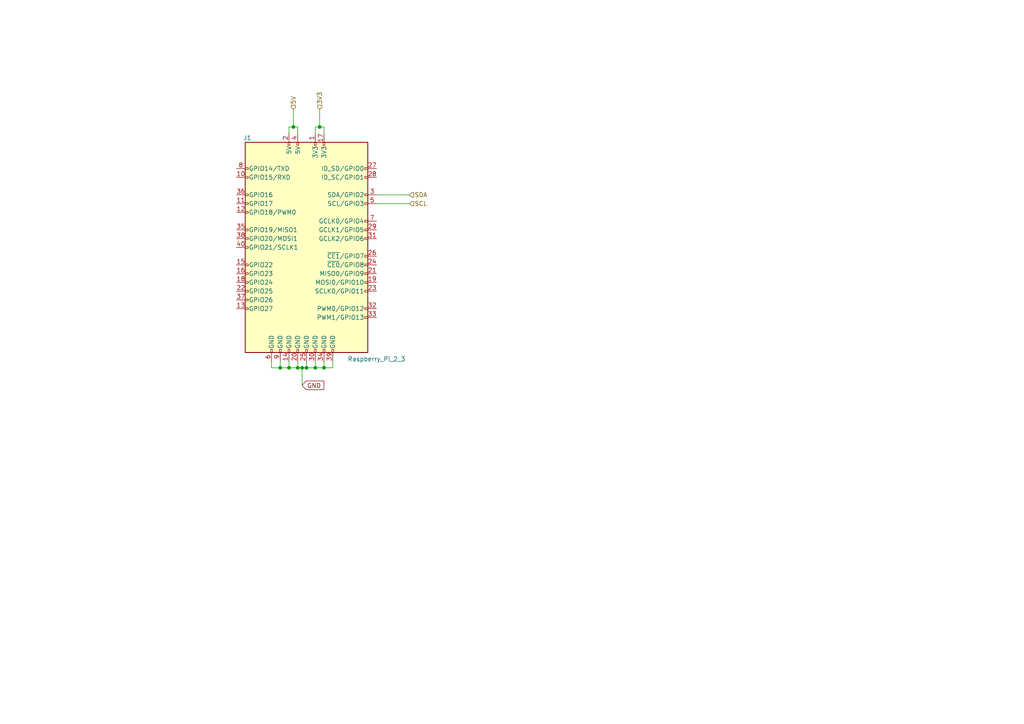
<source format=kicad_sch>
(kicad_sch (version 20230121) (generator eeschema)
  (paper "A4")
  (lib_symbols
    (symbol "Connector:Raspberry_Pi_2_3" (pin_names (offset 1.016))
      (property "Reference" "J" (at -17.78 31.75 0))
      (property "Value" "Raspberry_Pi_2_3" (at 10.16 -31.75 0))
      (symbol "Raspberry_Pi_2_3_0_1"
        (rectangle (start -17.78 30.48) (end 17.78 -30.48) (stroke (width 0.254)) (fill (type background)))
      )
      (symbol "Raspberry_Pi_2_3_1_1"
        (rectangle (start -16.891 -17.526) (end -17.78 -18.034))
        (rectangle (start -16.891 -14.986) (end -17.78 -15.494))
        (rectangle (start -16.891 -12.446) (end -17.78 -12.954))
        (rectangle (start -16.891 -9.906) (end -17.78 -10.414))
        (rectangle (start -16.891 -7.366) (end -17.78 -7.874))
        (rectangle (start -16.891 -4.826) (end -17.78 -5.334))
        (rectangle (start -16.891 0.254) (end -17.78 -0.254))
        (rectangle (start -16.891 2.794) (end -17.78 2.286))
        (rectangle (start -16.891 5.334) (end -17.78 4.826))
        (rectangle (start -16.891 10.414) (end -17.78 9.906))
        (rectangle (start -16.891 12.954) (end -17.78 12.446))
        (rectangle (start -16.891 15.494) (end -17.78 14.986))
        (rectangle (start -16.891 20.574) (end -17.78 20.066))
        (rectangle (start -16.891 23.114) (end -17.78 22.606))
        (rectangle (start -10.414 -29.591) (end -9.906 -30.48))
        (rectangle (start -7.874 -29.591) (end -7.366 -30.48))
        (rectangle (start -5.334 -29.591) (end -4.826 -30.48))
        (rectangle (start -5.334 30.48) (end -4.826 29.591))
        (rectangle (start -2.794 -29.591) (end -2.286 -30.48))
        (rectangle (start -2.794 30.48) (end -2.286 29.591))
        (rectangle (start -0.254 -29.591) (end 0.254 -30.48))
        (rectangle (start 2.286 -29.591) (end 2.794 -30.48))
        (rectangle (start 2.286 30.48) (end 2.794 29.591))
        (rectangle (start 4.826 -29.591) (end 5.334 -30.48))
        (rectangle (start 4.826 30.48) (end 5.334 29.591))
        (rectangle (start 7.366 -29.591) (end 7.874 -30.48))
        (rectangle (start 17.78 -20.066) (end 16.891 -20.574))
        (rectangle (start 17.78 -17.526) (end 16.891 -18.034))
        (rectangle (start 17.78 -12.446) (end 16.891 -12.954))
        (rectangle (start 17.78 -9.906) (end 16.891 -10.414))
        (rectangle (start 17.78 -7.366) (end 16.891 -7.874))
        (rectangle (start 17.78 -4.826) (end 16.891 -5.334))
        (rectangle (start 17.78 -2.286) (end 16.891 -2.794))
        (rectangle (start 17.78 2.794) (end 16.891 2.286))
        (rectangle (start 17.78 5.334) (end 16.891 4.826))
        (rectangle (start 17.78 7.874) (end 16.891 7.366))
        (rectangle (start 17.78 12.954) (end 16.891 12.446))
        (rectangle (start 17.78 15.494) (end 16.891 14.986))
        (rectangle (start 17.78 20.574) (end 16.891 20.066))
        (rectangle (start 17.78 23.114) (end 16.891 22.606))
        (pin power_in line (at 2.54 33.02 270) (length 2.54) (name "3V3") (number "1"))
        (pin bidirectional line (at -20.32 20.32 0) (length 2.54) (name "GPIO15/RXD") (number "10"))
        (pin bidirectional line (at -20.32 12.7 0) (length 2.54) (name "GPIO17") (number "11"))
        (pin bidirectional line (at -20.32 10.16 0) (length 2.54) (name "GPIO18/PWM0") (number "12"))
        (pin bidirectional line (at -20.32 -17.78 0) (length 2.54) (name "GPIO27") (number "13"))
        (pin power_in line (at -5.08 -33.02 90) (length 2.54) (name "GND") (number "14"))
        (pin bidirectional line (at -20.32 -5.08 0) (length 2.54) (name "GPIO22") (number "15"))
        (pin bidirectional line (at -20.32 -7.62 0) (length 2.54) (name "GPIO23") (number "16"))
        (pin power_in line (at 5.08 33.02 270) (length 2.54) (name "3V3") (number "17"))
        (pin bidirectional line (at -20.32 -10.16 0) (length 2.54) (name "GPIO24") (number "18"))
        (pin bidirectional line (at 20.32 -10.16 180) (length 2.54) (name "MOSI0/GPIO10") (number "19"))
        (pin power_in line (at -5.08 33.02 270) (length 2.54) (name "5V") (number "2"))
        (pin power_in line (at -2.54 -33.02 90) (length 2.54) (name "GND") (number "20"))
        (pin bidirectional line (at 20.32 -7.62 180) (length 2.54) (name "MISO0/GPIO9") (number "21"))
        (pin bidirectional line (at -20.32 -12.7 0) (length 2.54) (name "GPIO25") (number "22"))
        (pin bidirectional line (at 20.32 -12.7 180) (length 2.54) (name "SCLK0/GPIO11") (number "23"))
        (pin bidirectional line (at 20.32 -5.08 180) (length 2.54) (name "~{CE0}/GPIO8") (number "24"))
        (pin power_in line (at 0 -33.02 90) (length 2.54) (name "GND") (number "25"))
        (pin bidirectional line (at 20.32 -2.54 180) (length 2.54) (name "~{CE1}/GPIO7") (number "26"))
        (pin bidirectional line (at 20.32 22.86 180) (length 2.54) (name "ID_SD/GPIO0") (number "27"))
        (pin bidirectional line (at 20.32 20.32 180) (length 2.54) (name "ID_SC/GPIO1") (number "28"))
        (pin bidirectional line (at 20.32 5.08 180) (length 2.54) (name "GCLK1/GPIO5") (number "29"))
        (pin bidirectional line (at 20.32 15.24 180) (length 2.54) (name "SDA/GPIO2") (number "3"))
        (pin power_in line (at 2.54 -33.02 90) (length 2.54) (name "GND") (number "30"))
        (pin bidirectional line (at 20.32 2.54 180) (length 2.54) (name "GCLK2/GPIO6") (number "31"))
        (pin bidirectional line (at 20.32 -17.78 180) (length 2.54) (name "PWM0/GPIO12") (number "32"))
        (pin bidirectional line (at 20.32 -20.32 180) (length 2.54) (name "PWM1/GPIO13") (number "33"))
        (pin power_in line (at 5.08 -33.02 90) (length 2.54) (name "GND") (number "34"))
        (pin bidirectional line (at -20.32 5.08 0) (length 2.54) (name "GPIO19/MISO1") (number "35"))
        (pin bidirectional line (at -20.32 15.24 0) (length 2.54) (name "GPIO16") (number "36"))
        (pin bidirectional line (at -20.32 -15.24 0) (length 2.54) (name "GPIO26") (number "37"))
        (pin bidirectional line (at -20.32 2.54 0) (length 2.54) (name "GPIO20/MOSI1") (number "38"))
        (pin power_in line (at 7.62 -33.02 90) (length 2.54) (name "GND") (number "39"))
        (pin power_in line (at -2.54 33.02 270) (length 2.54) (name "5V") (number "4"))
        (pin bidirectional line (at -20.32 0 0) (length 2.54) (name "GPIO21/SCLK1") (number "40"))
        (pin bidirectional line (at 20.32 12.7 180) (length 2.54) (name "SCL/GPIO3") (number "5"))
        (pin power_in line (at -10.16 -33.02 90) (length 2.54) (name "GND") (number "6"))
        (pin bidirectional line (at 20.32 7.62 180) (length 2.54) (name "GCLK0/GPIO4") (number "7"))
        (pin bidirectional line (at -20.32 22.86 0) (length 2.54) (name "GPIO14/TXD") (number "8"))
        (pin power_in line (at -7.62 -33.02 90) (length 2.54) (name "GND") (number "9"))
      )
    )
  )
  (junction (at 87.63 106.68))
  (junction (at 93.98 106.68))
  (junction (at 92.71 36.83))
  (junction (at 91.44 106.68))
  (junction (at 85.09 36.83))
  (junction (at 83.82 106.68))
  (junction (at 81.28 106.68))
  (junction (at 88.9 106.68))
  (junction (at 86.36 106.68))
  (wire (pts (xy 109.22 59.055) (xy 118.745 59.055)))
  (wire (pts (xy 93.98 36.83) (xy 93.98 38.735)))
  (wire (pts (xy 91.44 106.68) (xy 93.98 106.68)))
  (wire (pts (xy 91.44 38.735) (xy 91.44 36.83)))
  (wire (pts (xy 88.9 106.68) (xy 91.44 106.68)))
  (wire (pts (xy 88.9 104.775) (xy 88.9 106.68)))
  (wire (pts (xy 93.98 106.68) (xy 96.52 106.68)))
  (wire (pts (xy 86.36 36.83) (xy 86.36 38.735)))
  (wire (pts (xy 91.44 36.83) (xy 92.71 36.83)))
  (wire (pts (xy 86.36 106.68) (xy 87.63 106.68)))
  (wire (pts (xy 78.74 106.68) (xy 81.28 106.68)))
  (wire (pts (xy 83.82 36.83) (xy 85.09 36.83)))
  (wire (pts (xy 109.22 56.515) (xy 118.745 56.515)))
  (wire (pts (xy 92.71 31.75) (xy 92.71 36.83)))
  (wire (pts (xy 81.28 104.775) (xy 81.28 106.68)))
  (wire (pts (xy 92.71 36.83) (xy 93.98 36.83)))
  (wire (pts (xy 96.52 106.68) (xy 96.52 104.775)))
  (wire (pts (xy 87.63 106.68) (xy 87.63 111.76)))
  (wire (pts (xy 93.98 104.775) (xy 93.98 106.68)))
  (wire (pts (xy 83.82 104.775) (xy 83.82 106.68)))
  (wire (pts (xy 78.74 104.775) (xy 78.74 106.68)))
  (wire (pts (xy 87.63 106.68) (xy 88.9 106.68)))
  (wire (pts (xy 85.09 36.83) (xy 86.36 36.83)))
  (wire (pts (xy 91.44 104.775) (xy 91.44 106.68)))
  (wire (pts (xy 86.36 104.775) (xy 86.36 106.68)))
  (wire (pts (xy 83.82 38.735) (xy 83.82 36.83)))
  (wire (pts (xy 81.28 106.68) (xy 83.82 106.68)))
  (wire (pts (xy 85.09 31.75) (xy 85.09 36.83)))
  (wire (pts (xy 83.82 106.68) (xy 86.36 106.68)))
  (global_label "GND" (shape input) (at 87.63 111.76 0) (property "Intersheetrefs" "${INTERSHEET_REFS}" (effects hide)))
  (hierarchical_label "3V3" (shape input) (at 92.71 31.75 90))
  (hierarchical_label "5V" (shape input) (at 85.09 31.75 90))
  (hierarchical_label "SCL" (shape input) (at 118.745 59.055 0))
  (hierarchical_label "SDA" (shape input) (at 118.745 56.515 0))
  (symbol (lib_id "Connector:Raspberry_Pi_2_3") (at 88.9 71.755 0) (unit 1)
    (property "Reference" "J1" (at 71.755 40.005 0))
    (property "Value" "Raspberry_Pi_2_3" (at 109.22 104.14 0))
    (property "Footprint" "pihat:ESQ-120-14-T-D" (effects hide))
    (property "Datasheet" "https://www.raspberrypi.org/documentation/hardware/raspberrypi/schematics/rpi_SCH_3bplus_1p0_reduced.pdf" (effects hide))
  )
)
</source>
